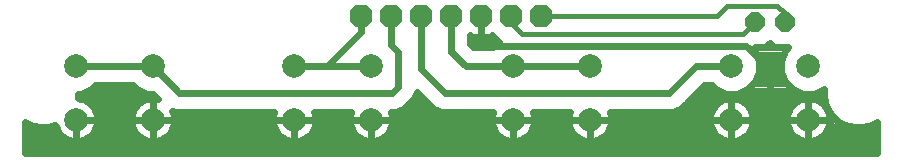
<source format=gbr>
G75*
%MOIN*%
%OFA0B0*%
%FSLAX25Y25*%
%IPPOS*%
%LPD*%
%AMOC8*
5,1,8,0,0,1.08239X$1,22.5*
%
%ADD10OC8,0.06350*%
%ADD11OC8,0.07600*%
%ADD12C,0.07874*%
%ADD13C,0.02400*%
%ADD14C,0.01600*%
D10*
X0275312Y0077831D03*
X0285312Y0077831D03*
D11*
X0204012Y0079799D03*
X0194012Y0079799D03*
X0184012Y0079799D03*
X0174012Y0079799D03*
X0164012Y0079799D03*
X0154012Y0079799D03*
X0144012Y0079799D03*
D12*
X0147442Y0063109D03*
X0121842Y0063109D03*
X0121842Y0045309D03*
X0147442Y0045309D03*
X0194677Y0045309D03*
X0220277Y0045309D03*
X0267512Y0045309D03*
X0293112Y0045309D03*
X0293112Y0063109D03*
X0267512Y0063109D03*
X0220277Y0063109D03*
X0194677Y0063109D03*
X0074608Y0063109D03*
X0049008Y0063109D03*
X0049008Y0045309D03*
X0074608Y0045309D03*
D13*
X0032075Y0044459D02*
X0032075Y0034318D01*
X0315950Y0034318D01*
X0315950Y0044459D01*
X0314278Y0043493D01*
X0311353Y0042709D01*
X0308325Y0042709D01*
X0305401Y0043493D01*
X0302779Y0045007D01*
X0300638Y0047148D01*
X0299124Y0049770D01*
X0298340Y0052695D01*
X0298340Y0055415D01*
X0298287Y0055363D01*
X0294929Y0053972D01*
X0291294Y0053972D01*
X0287936Y0055363D01*
X0285366Y0057933D01*
X0283975Y0061291D01*
X0283975Y0064926D01*
X0285366Y0068284D01*
X0286537Y0069456D01*
X0281843Y0069456D01*
X0280312Y0070987D01*
X0278781Y0069456D01*
X0275422Y0069456D01*
X0274773Y0068807D01*
X0274746Y0068796D01*
X0275258Y0068284D01*
X0276649Y0064926D01*
X0276649Y0061291D01*
X0275258Y0057933D01*
X0272687Y0055363D01*
X0269329Y0053972D01*
X0265694Y0053972D01*
X0262336Y0055363D01*
X0260990Y0056709D01*
X0258398Y0056709D01*
X0252273Y0050583D01*
X0250472Y0048783D01*
X0248120Y0047809D01*
X0226967Y0047809D01*
X0227050Y0047608D01*
X0227292Y0046704D01*
X0227414Y0045776D01*
X0227414Y0045309D01*
X0220277Y0045309D01*
X0220277Y0045309D01*
X0213140Y0045309D01*
X0213140Y0045776D01*
X0213262Y0046704D01*
X0213504Y0047608D01*
X0213588Y0047809D01*
X0201367Y0047809D01*
X0201450Y0047608D01*
X0201692Y0046704D01*
X0201814Y0045776D01*
X0201814Y0045309D01*
X0194677Y0045309D01*
X0194677Y0045309D01*
X0187540Y0045309D01*
X0187540Y0045776D01*
X0187662Y0046704D01*
X0187904Y0047608D01*
X0187988Y0047809D01*
X0170771Y0047809D01*
X0168419Y0048783D01*
X0166618Y0050583D01*
X0162579Y0054622D01*
X0161722Y0052552D01*
X0159753Y0050583D01*
X0157953Y0048783D01*
X0155600Y0047809D01*
X0154132Y0047809D01*
X0154215Y0047608D01*
X0154457Y0046704D01*
X0154579Y0045776D01*
X0154579Y0045309D01*
X0147443Y0045309D01*
X0147443Y0045309D01*
X0154579Y0045309D01*
X0154579Y0044841D01*
X0154457Y0043913D01*
X0154215Y0043010D01*
X0153857Y0042145D01*
X0153389Y0041335D01*
X0152820Y0040593D01*
X0152158Y0039931D01*
X0151416Y0039362D01*
X0150606Y0038894D01*
X0149741Y0038536D01*
X0148838Y0038294D01*
X0147910Y0038172D01*
X0147442Y0038172D01*
X0147442Y0045309D01*
X0147442Y0045309D01*
X0140305Y0045309D01*
X0140305Y0045776D01*
X0140427Y0046704D01*
X0140670Y0047608D01*
X0140753Y0047809D01*
X0128532Y0047809D01*
X0128615Y0047608D01*
X0128857Y0046704D01*
X0128979Y0045776D01*
X0128979Y0045309D01*
X0121843Y0045309D01*
X0121843Y0045309D01*
X0128979Y0045309D01*
X0128979Y0044841D01*
X0128857Y0043913D01*
X0128615Y0043010D01*
X0128257Y0042145D01*
X0127789Y0041335D01*
X0127220Y0040593D01*
X0126558Y0039931D01*
X0125816Y0039362D01*
X0125006Y0038894D01*
X0124141Y0038536D01*
X0123238Y0038294D01*
X0122310Y0038172D01*
X0121842Y0038172D01*
X0121842Y0045309D01*
X0121842Y0045309D01*
X0114705Y0045309D01*
X0114705Y0045776D01*
X0114827Y0046704D01*
X0115070Y0047608D01*
X0115153Y0047809D01*
X0082235Y0047809D01*
X0081103Y0048277D01*
X0081380Y0047608D01*
X0081623Y0046704D01*
X0081745Y0045776D01*
X0081745Y0045309D01*
X0074608Y0045309D01*
X0074608Y0045309D01*
X0074608Y0052446D01*
X0075076Y0052446D01*
X0076003Y0052324D01*
X0076466Y0052200D01*
X0074694Y0053972D01*
X0072790Y0053972D01*
X0069432Y0055363D01*
X0068086Y0056709D01*
X0055529Y0056709D01*
X0054183Y0055363D01*
X0050825Y0053972D01*
X0049685Y0053972D01*
X0049685Y0052695D01*
X0049613Y0052428D01*
X0050403Y0052324D01*
X0051307Y0052081D01*
X0052171Y0051723D01*
X0052981Y0051256D01*
X0053724Y0050686D01*
X0054385Y0050025D01*
X0054955Y0049282D01*
X0055422Y0048472D01*
X0055780Y0047608D01*
X0056023Y0046704D01*
X0056145Y0045776D01*
X0056145Y0045309D01*
X0049008Y0045309D01*
X0049008Y0045309D01*
X0074608Y0045309D01*
X0074608Y0045309D01*
X0074608Y0052446D01*
X0074140Y0052446D01*
X0073212Y0052324D01*
X0072309Y0052081D01*
X0071444Y0051723D01*
X0070634Y0051256D01*
X0069892Y0050686D01*
X0069230Y0050025D01*
X0068661Y0049282D01*
X0068193Y0048472D01*
X0067835Y0047608D01*
X0067593Y0046704D01*
X0067471Y0045776D01*
X0067471Y0045309D01*
X0074608Y0045309D01*
X0121842Y0045309D01*
X0114705Y0045309D01*
X0114705Y0044841D01*
X0114827Y0043913D01*
X0115070Y0043010D01*
X0115428Y0042145D01*
X0115895Y0041335D01*
X0116465Y0040593D01*
X0117127Y0039931D01*
X0117869Y0039362D01*
X0118679Y0038894D01*
X0119543Y0038536D01*
X0120447Y0038294D01*
X0121375Y0038172D01*
X0121842Y0038172D01*
X0121842Y0045309D01*
X0147442Y0045309D01*
X0140305Y0045309D01*
X0140305Y0044841D01*
X0140427Y0043913D01*
X0140670Y0043010D01*
X0141028Y0042145D01*
X0141495Y0041335D01*
X0142065Y0040593D01*
X0142727Y0039931D01*
X0143469Y0039362D01*
X0144279Y0038894D01*
X0145143Y0038536D01*
X0146047Y0038294D01*
X0146975Y0038172D01*
X0147442Y0038172D01*
X0147442Y0045309D01*
X0194677Y0045309D01*
X0194677Y0045309D01*
X0220277Y0045309D01*
X0220277Y0045309D01*
X0267512Y0045309D01*
X0274649Y0045309D01*
X0274649Y0045776D01*
X0274527Y0046704D01*
X0274284Y0047608D01*
X0273926Y0048472D01*
X0273459Y0049282D01*
X0272889Y0050025D01*
X0272228Y0050686D01*
X0271485Y0051256D01*
X0270675Y0051723D01*
X0269811Y0052081D01*
X0268907Y0052324D01*
X0267979Y0052446D01*
X0267512Y0052446D01*
X0267512Y0045309D01*
X0267512Y0045309D01*
X0267512Y0045309D01*
X0267512Y0052446D01*
X0267044Y0052446D01*
X0266116Y0052324D01*
X0265213Y0052081D01*
X0264348Y0051723D01*
X0263538Y0051256D01*
X0262796Y0050686D01*
X0262134Y0050025D01*
X0261565Y0049282D01*
X0261097Y0048472D01*
X0260739Y0047608D01*
X0260497Y0046704D01*
X0260375Y0045776D01*
X0260375Y0045309D01*
X0267512Y0045309D01*
X0274649Y0045309D01*
X0274649Y0044841D01*
X0274527Y0043913D01*
X0274284Y0043010D01*
X0273926Y0042145D01*
X0273459Y0041335D01*
X0272889Y0040593D01*
X0272228Y0039931D01*
X0271485Y0039362D01*
X0270675Y0038894D01*
X0269811Y0038536D01*
X0268907Y0038294D01*
X0267979Y0038172D01*
X0267512Y0038172D01*
X0267512Y0045309D01*
X0276375Y0045309D01*
X0280312Y0049246D01*
X0280312Y0062083D01*
X0272438Y0069957D01*
X0185823Y0069957D01*
X0184012Y0071768D01*
X0184012Y0079799D01*
X0184013Y0079799D01*
X0184013Y0072799D01*
X0186912Y0072799D01*
X0187598Y0073486D01*
X0190016Y0071068D01*
X0189501Y0070855D01*
X0188155Y0069509D01*
X0181543Y0069509D01*
X0180412Y0070639D01*
X0180412Y0073471D01*
X0180427Y0073486D01*
X0181113Y0072799D01*
X0184012Y0072799D01*
X0184012Y0079799D01*
X0184012Y0078987D02*
X0184013Y0078987D01*
X0184012Y0076588D02*
X0184013Y0076588D01*
X0184012Y0074190D02*
X0184013Y0074190D01*
X0180412Y0071791D02*
X0189292Y0071791D01*
X0178892Y0063109D02*
X0174012Y0067988D01*
X0174012Y0079799D01*
X0164012Y0079799D02*
X0164012Y0062240D01*
X0172044Y0054209D01*
X0246847Y0054209D01*
X0255747Y0063109D01*
X0267512Y0063109D01*
X0276030Y0059799D02*
X0284593Y0059799D01*
X0283975Y0062197D02*
X0276649Y0062197D01*
X0276649Y0064596D02*
X0283975Y0064596D01*
X0284831Y0066994D02*
X0275792Y0066994D01*
X0275359Y0069393D02*
X0286474Y0069393D01*
X0285898Y0057400D02*
X0274725Y0057400D01*
X0271816Y0055002D02*
X0288807Y0055002D01*
X0291716Y0052324D02*
X0292644Y0052446D01*
X0293112Y0052446D01*
X0293579Y0052446D01*
X0294507Y0052324D01*
X0295411Y0052081D01*
X0296275Y0051723D01*
X0297085Y0051256D01*
X0297828Y0050686D01*
X0298489Y0050025D01*
X0299059Y0049282D01*
X0299526Y0048472D01*
X0299884Y0047608D01*
X0300127Y0046704D01*
X0300249Y0045776D01*
X0300249Y0045309D01*
X0293112Y0045309D01*
X0293112Y0045309D01*
X0293112Y0045309D01*
X0293112Y0052446D01*
X0293112Y0045309D01*
X0300249Y0045309D01*
X0300249Y0044841D01*
X0300127Y0043913D01*
X0299884Y0043010D01*
X0299526Y0042145D01*
X0299059Y0041335D01*
X0298489Y0040593D01*
X0297828Y0039931D01*
X0297085Y0039362D01*
X0296275Y0038894D01*
X0295411Y0038536D01*
X0294507Y0038294D01*
X0293579Y0038172D01*
X0293112Y0038172D01*
X0293112Y0045309D01*
X0276375Y0045309D01*
X0274649Y0045408D02*
X0285975Y0045408D01*
X0285975Y0045309D02*
X0293112Y0045309D01*
X0293112Y0045309D01*
X0293112Y0045309D01*
X0293112Y0038172D01*
X0292644Y0038172D01*
X0291716Y0038294D01*
X0290813Y0038536D01*
X0289948Y0038894D01*
X0289138Y0039362D01*
X0288396Y0039931D01*
X0287734Y0040593D01*
X0287165Y0041335D01*
X0286697Y0042145D01*
X0286339Y0043010D01*
X0286097Y0043913D01*
X0285975Y0044841D01*
X0285975Y0045309D01*
X0285975Y0045776D01*
X0286097Y0046704D01*
X0286339Y0047608D01*
X0286697Y0048472D01*
X0287165Y0049282D01*
X0287734Y0050025D01*
X0288396Y0050686D01*
X0289138Y0051256D01*
X0289948Y0051723D01*
X0290813Y0052081D01*
X0291716Y0052324D01*
X0293112Y0050205D02*
X0293112Y0050205D01*
X0287914Y0050205D02*
X0272709Y0050205D01*
X0274202Y0047806D02*
X0286421Y0047806D01*
X0293112Y0047806D02*
X0293112Y0047806D01*
X0293112Y0045408D02*
X0293112Y0045408D01*
X0293112Y0045309D02*
X0285975Y0045309D01*
X0286339Y0043009D02*
X0274284Y0043009D01*
X0272903Y0040611D02*
X0287721Y0040611D01*
X0293112Y0040611D02*
X0293112Y0040611D01*
X0293112Y0043009D02*
X0293112Y0043009D01*
X0298503Y0040611D02*
X0315950Y0040611D01*
X0315950Y0043009D02*
X0312472Y0043009D01*
X0307207Y0043009D02*
X0299884Y0043009D01*
X0300249Y0045408D02*
X0302378Y0045408D01*
X0300258Y0047806D02*
X0299802Y0047806D01*
X0299007Y0050205D02*
X0298309Y0050205D01*
X0298365Y0052603D02*
X0254293Y0052603D01*
X0256691Y0055002D02*
X0263207Y0055002D01*
X0262314Y0050205D02*
X0251894Y0050205D01*
X0260821Y0047806D02*
X0226968Y0047806D01*
X0227414Y0045408D02*
X0260375Y0045408D01*
X0260375Y0045309D02*
X0260375Y0044841D01*
X0260497Y0043913D01*
X0260739Y0043010D01*
X0261097Y0042145D01*
X0261565Y0041335D01*
X0262134Y0040593D01*
X0262796Y0039931D01*
X0263538Y0039362D01*
X0264348Y0038894D01*
X0265213Y0038536D01*
X0266116Y0038294D01*
X0267044Y0038172D01*
X0267512Y0038172D01*
X0267512Y0045309D01*
X0267512Y0045309D01*
X0267512Y0045309D01*
X0260375Y0045309D01*
X0260739Y0043009D02*
X0227050Y0043009D01*
X0227050Y0043010D02*
X0227292Y0043913D01*
X0227414Y0044841D01*
X0227414Y0045309D01*
X0220277Y0045309D01*
X0213140Y0045309D01*
X0213140Y0044841D01*
X0213262Y0043913D01*
X0213504Y0043010D01*
X0213862Y0042145D01*
X0214330Y0041335D01*
X0214900Y0040593D01*
X0215561Y0039931D01*
X0216303Y0039362D01*
X0217114Y0038894D01*
X0217978Y0038536D01*
X0218882Y0038294D01*
X0219809Y0038172D01*
X0220277Y0038172D01*
X0220745Y0038172D01*
X0221672Y0038294D01*
X0222576Y0038536D01*
X0223440Y0038894D01*
X0224251Y0039362D01*
X0224993Y0039931D01*
X0225654Y0040593D01*
X0226224Y0041335D01*
X0226692Y0042145D01*
X0227050Y0043010D01*
X0225668Y0040611D02*
X0262121Y0040611D01*
X0267512Y0040611D02*
X0267512Y0040611D01*
X0267512Y0043009D02*
X0267512Y0043009D01*
X0267512Y0045408D02*
X0267512Y0045408D01*
X0267512Y0047806D02*
X0267512Y0047806D01*
X0267512Y0050205D02*
X0267512Y0050205D01*
X0297416Y0055002D02*
X0298340Y0055002D01*
X0293887Y0038212D02*
X0315950Y0038212D01*
X0315950Y0035814D02*
X0032075Y0035814D01*
X0032075Y0038212D02*
X0048232Y0038212D01*
X0048540Y0038172D02*
X0049008Y0038172D01*
X0049476Y0038172D01*
X0050403Y0038294D01*
X0051307Y0038536D01*
X0052171Y0038894D01*
X0052981Y0039362D01*
X0053724Y0039931D01*
X0054385Y0040593D01*
X0054955Y0041335D01*
X0055422Y0042145D01*
X0055780Y0043010D01*
X0056023Y0043913D01*
X0056145Y0044841D01*
X0056145Y0045309D01*
X0049008Y0045309D01*
X0049008Y0038172D01*
X0049008Y0045309D01*
X0049008Y0045309D01*
X0049008Y0043009D02*
X0049008Y0043009D01*
X0043630Y0040593D02*
X0043061Y0041335D01*
X0042593Y0042145D01*
X0042235Y0043010D01*
X0042140Y0043363D01*
X0039700Y0042709D01*
X0036672Y0042709D01*
X0033747Y0043493D01*
X0032075Y0044459D01*
X0032075Y0043009D02*
X0035553Y0043009D01*
X0032075Y0040611D02*
X0043617Y0040611D01*
X0043630Y0040593D02*
X0044292Y0039931D01*
X0045034Y0039362D01*
X0045844Y0038894D01*
X0046709Y0038536D01*
X0047612Y0038294D01*
X0048540Y0038172D01*
X0049008Y0038212D02*
X0049008Y0038212D01*
X0049783Y0038212D02*
X0073832Y0038212D01*
X0074140Y0038172D02*
X0074608Y0038172D01*
X0075076Y0038172D01*
X0076003Y0038294D01*
X0076907Y0038536D01*
X0077771Y0038894D01*
X0078581Y0039362D01*
X0079324Y0039931D01*
X0079985Y0040593D01*
X0080555Y0041335D01*
X0081022Y0042145D01*
X0081380Y0043010D01*
X0081623Y0043913D01*
X0081745Y0044841D01*
X0081745Y0045309D01*
X0074608Y0045309D01*
X0074608Y0045309D01*
X0074608Y0038172D01*
X0074608Y0045309D01*
X0074608Y0045309D01*
X0067471Y0045309D01*
X0067471Y0044841D01*
X0067593Y0043913D01*
X0067835Y0043010D01*
X0068193Y0042145D01*
X0068661Y0041335D01*
X0069230Y0040593D01*
X0069892Y0039931D01*
X0070634Y0039362D01*
X0071444Y0038894D01*
X0072309Y0038536D01*
X0073212Y0038294D01*
X0074140Y0038172D01*
X0074608Y0038212D02*
X0074608Y0038212D01*
X0075383Y0038212D02*
X0121067Y0038212D01*
X0121842Y0038212D02*
X0121842Y0038212D01*
X0122618Y0038212D02*
X0146667Y0038212D01*
X0147442Y0038212D02*
X0147442Y0038212D01*
X0148218Y0038212D02*
X0193902Y0038212D01*
X0194209Y0038172D02*
X0194677Y0038172D01*
X0195145Y0038172D01*
X0196072Y0038294D01*
X0196976Y0038536D01*
X0197840Y0038894D01*
X0198651Y0039362D01*
X0199393Y0039931D01*
X0200054Y0040593D01*
X0200624Y0041335D01*
X0201092Y0042145D01*
X0201450Y0043010D01*
X0201692Y0043913D01*
X0201814Y0044841D01*
X0201814Y0045309D01*
X0194677Y0045309D01*
X0187540Y0045309D01*
X0187540Y0044841D01*
X0187662Y0043913D01*
X0187904Y0043010D01*
X0188262Y0042145D01*
X0188730Y0041335D01*
X0189300Y0040593D01*
X0189961Y0039931D01*
X0190703Y0039362D01*
X0191514Y0038894D01*
X0192378Y0038536D01*
X0193282Y0038294D01*
X0194209Y0038172D01*
X0194677Y0038172D02*
X0194677Y0045309D01*
X0194677Y0038172D01*
X0194677Y0038212D02*
X0194677Y0038212D01*
X0195452Y0038212D02*
X0219502Y0038212D01*
X0220277Y0038212D02*
X0220277Y0038212D01*
X0220277Y0038172D02*
X0220277Y0045309D01*
X0220277Y0045309D01*
X0220277Y0038172D01*
X0221052Y0038212D02*
X0266736Y0038212D01*
X0267512Y0038212D02*
X0267512Y0038212D01*
X0268287Y0038212D02*
X0292336Y0038212D01*
X0293112Y0038212D02*
X0293112Y0038212D01*
X0220277Y0040611D02*
X0220277Y0040611D01*
X0214886Y0040611D02*
X0200068Y0040611D01*
X0194677Y0040611D02*
X0194677Y0040611D01*
X0194677Y0043009D02*
X0194677Y0043009D01*
X0194677Y0045309D02*
X0194677Y0045309D01*
X0187540Y0045408D02*
X0154579Y0045408D01*
X0154215Y0043009D02*
X0187904Y0043009D01*
X0189286Y0040611D02*
X0152833Y0040611D01*
X0147442Y0040611D02*
X0147442Y0040611D01*
X0147442Y0043009D02*
X0147442Y0043009D01*
X0147442Y0045309D02*
X0147442Y0045309D01*
X0140305Y0045408D02*
X0128979Y0045408D01*
X0128615Y0043009D02*
X0140670Y0043009D01*
X0142051Y0040611D02*
X0127233Y0040611D01*
X0121842Y0040611D02*
X0121842Y0040611D01*
X0121842Y0043009D02*
X0121842Y0043009D01*
X0121842Y0045309D02*
X0121842Y0045309D01*
X0114705Y0045408D02*
X0081745Y0045408D01*
X0081380Y0043009D02*
X0115070Y0043009D01*
X0116451Y0040611D02*
X0079999Y0040611D01*
X0074608Y0040611D02*
X0074608Y0040611D01*
X0069217Y0040611D02*
X0054399Y0040611D01*
X0055780Y0043009D02*
X0067835Y0043009D01*
X0067471Y0045408D02*
X0056145Y0045408D01*
X0055698Y0047806D02*
X0067917Y0047806D01*
X0069411Y0050205D02*
X0054205Y0050205D01*
X0049660Y0052603D02*
X0076062Y0052603D01*
X0074608Y0050205D02*
X0074608Y0050205D01*
X0074608Y0047806D02*
X0074608Y0047806D01*
X0074608Y0045408D02*
X0074608Y0045408D01*
X0074608Y0043009D02*
X0074608Y0043009D01*
X0081298Y0047806D02*
X0115152Y0047806D01*
X0128533Y0047806D02*
X0140752Y0047806D01*
X0154133Y0047806D02*
X0187987Y0047806D01*
X0201368Y0047806D02*
X0213587Y0047806D01*
X0213140Y0045408D02*
X0201814Y0045408D01*
X0201450Y0043009D02*
X0213504Y0043009D01*
X0220277Y0043009D02*
X0220277Y0043009D01*
X0166997Y0050205D02*
X0159374Y0050205D01*
X0161743Y0052603D02*
X0164598Y0052603D01*
X0156296Y0056177D02*
X0154327Y0054209D01*
X0083508Y0054209D01*
X0074608Y0063109D01*
X0049008Y0063109D01*
X0053312Y0055002D02*
X0070303Y0055002D01*
X0042235Y0043009D02*
X0040818Y0043009D01*
X0049008Y0040611D02*
X0049008Y0040611D01*
X0121842Y0063109D02*
X0132674Y0063109D01*
X0144012Y0074447D01*
X0144012Y0079799D01*
X0154012Y0079799D02*
X0154012Y0070272D01*
X0156296Y0067988D01*
X0156296Y0056177D01*
X0147442Y0063109D02*
X0132674Y0063109D01*
X0178892Y0063109D02*
X0194677Y0063109D01*
X0220277Y0063109D01*
D14*
X0197635Y0073894D02*
X0271375Y0073894D01*
X0275312Y0077831D01*
X0282772Y0083244D02*
X0285312Y0080705D01*
X0285312Y0077831D01*
X0282772Y0083244D02*
X0266040Y0083244D01*
X0262595Y0079799D01*
X0204012Y0079799D01*
X0197635Y0073894D02*
X0194012Y0077516D01*
X0194012Y0079799D01*
M02*

</source>
